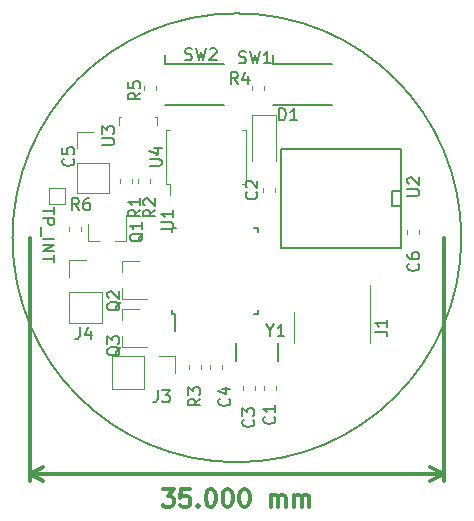
<source format=gto>
G04 #@! TF.GenerationSoftware,KiCad,Pcbnew,(5.0.2)-1*
G04 #@! TF.CreationDate,2019-03-25T12:23:43+09:00*
G04 #@! TF.ProjectId,NixieHourglass,4e697869-6548-46f7-9572-676c6173732e,rev?*
G04 #@! TF.SameCoordinates,Original*
G04 #@! TF.FileFunction,Legend,Top*
G04 #@! TF.FilePolarity,Positive*
%FSLAX46Y46*%
G04 Gerber Fmt 4.6, Leading zero omitted, Abs format (unit mm)*
G04 Created by KiCad (PCBNEW (5.0.2)-1) date 25/03/2019 12:23:43*
%MOMM*%
%LPD*%
G01*
G04 APERTURE LIST*
%ADD10C,0.300000*%
%ADD11C,0.200000*%
%ADD12C,0.120000*%
%ADD13C,0.150000*%
G04 APERTURE END LIST*
D10*
X83714285Y-101278571D02*
X84642857Y-101278571D01*
X84142857Y-101850000D01*
X84357142Y-101850000D01*
X84500000Y-101921428D01*
X84571428Y-101992857D01*
X84642857Y-102135714D01*
X84642857Y-102492857D01*
X84571428Y-102635714D01*
X84500000Y-102707142D01*
X84357142Y-102778571D01*
X83928571Y-102778571D01*
X83785714Y-102707142D01*
X83714285Y-102635714D01*
X86000000Y-101278571D02*
X85285714Y-101278571D01*
X85214285Y-101992857D01*
X85285714Y-101921428D01*
X85428571Y-101850000D01*
X85785714Y-101850000D01*
X85928571Y-101921428D01*
X86000000Y-101992857D01*
X86071428Y-102135714D01*
X86071428Y-102492857D01*
X86000000Y-102635714D01*
X85928571Y-102707142D01*
X85785714Y-102778571D01*
X85428571Y-102778571D01*
X85285714Y-102707142D01*
X85214285Y-102635714D01*
X86714285Y-102635714D02*
X86785714Y-102707142D01*
X86714285Y-102778571D01*
X86642857Y-102707142D01*
X86714285Y-102635714D01*
X86714285Y-102778571D01*
X87714285Y-101278571D02*
X87857142Y-101278571D01*
X88000000Y-101350000D01*
X88071428Y-101421428D01*
X88142857Y-101564285D01*
X88214285Y-101850000D01*
X88214285Y-102207142D01*
X88142857Y-102492857D01*
X88071428Y-102635714D01*
X88000000Y-102707142D01*
X87857142Y-102778571D01*
X87714285Y-102778571D01*
X87571428Y-102707142D01*
X87500000Y-102635714D01*
X87428571Y-102492857D01*
X87357142Y-102207142D01*
X87357142Y-101850000D01*
X87428571Y-101564285D01*
X87500000Y-101421428D01*
X87571428Y-101350000D01*
X87714285Y-101278571D01*
X89142857Y-101278571D02*
X89285714Y-101278571D01*
X89428571Y-101350000D01*
X89500000Y-101421428D01*
X89571428Y-101564285D01*
X89642857Y-101850000D01*
X89642857Y-102207142D01*
X89571428Y-102492857D01*
X89500000Y-102635714D01*
X89428571Y-102707142D01*
X89285714Y-102778571D01*
X89142857Y-102778571D01*
X89000000Y-102707142D01*
X88928571Y-102635714D01*
X88857142Y-102492857D01*
X88785714Y-102207142D01*
X88785714Y-101850000D01*
X88857142Y-101564285D01*
X88928571Y-101421428D01*
X89000000Y-101350000D01*
X89142857Y-101278571D01*
X90571428Y-101278571D02*
X90714285Y-101278571D01*
X90857142Y-101350000D01*
X90928571Y-101421428D01*
X91000000Y-101564285D01*
X91071428Y-101850000D01*
X91071428Y-102207142D01*
X91000000Y-102492857D01*
X90928571Y-102635714D01*
X90857142Y-102707142D01*
X90714285Y-102778571D01*
X90571428Y-102778571D01*
X90428571Y-102707142D01*
X90357142Y-102635714D01*
X90285714Y-102492857D01*
X90214285Y-102207142D01*
X90214285Y-101850000D01*
X90285714Y-101564285D01*
X90357142Y-101421428D01*
X90428571Y-101350000D01*
X90571428Y-101278571D01*
X92857142Y-102778571D02*
X92857142Y-101778571D01*
X92857142Y-101921428D02*
X92928571Y-101850000D01*
X93071428Y-101778571D01*
X93285714Y-101778571D01*
X93428571Y-101850000D01*
X93500000Y-101992857D01*
X93500000Y-102778571D01*
X93500000Y-101992857D02*
X93571428Y-101850000D01*
X93714285Y-101778571D01*
X93928571Y-101778571D01*
X94071428Y-101850000D01*
X94142857Y-101992857D01*
X94142857Y-102778571D01*
X94857142Y-102778571D02*
X94857142Y-101778571D01*
X94857142Y-101921428D02*
X94928571Y-101850000D01*
X95071428Y-101778571D01*
X95285714Y-101778571D01*
X95428571Y-101850000D01*
X95500000Y-101992857D01*
X95500000Y-102778571D01*
X95500000Y-101992857D02*
X95571428Y-101850000D01*
X95714285Y-101778571D01*
X95928571Y-101778571D01*
X96071428Y-101850000D01*
X96142857Y-101992857D01*
X96142857Y-102778571D01*
X72500000Y-100000000D02*
X107500000Y-100000000D01*
X72500000Y-80000000D02*
X72500000Y-100586421D01*
X107500000Y-80000000D02*
X107500000Y-100586421D01*
X107500000Y-100000000D02*
X106373496Y-100586421D01*
X107500000Y-100000000D02*
X106373496Y-99413579D01*
X72500000Y-100000000D02*
X73626504Y-100586421D01*
X72500000Y-100000000D02*
X73626504Y-99413579D01*
D11*
X109000000Y-80000000D02*
G75*
G03X109000000Y-80000000I-19000000J0D01*
G01*
D12*
G04 #@! TO.C,U3*
X80008000Y-70429000D02*
X80008000Y-69754000D01*
X80008000Y-69754000D02*
X80183000Y-69754000D01*
X83228000Y-70429000D02*
X83228000Y-69754000D01*
X83228000Y-69754000D02*
X83053000Y-69754000D01*
X83228000Y-72299000D02*
X83228000Y-72974000D01*
X83228000Y-72974000D02*
X83053000Y-72974000D01*
G04 #@! TO.C,J1*
X101259000Y-86290000D02*
X101279000Y-86290000D01*
X101279000Y-86290000D02*
X101279000Y-88950000D01*
X101279000Y-88950000D02*
X101259000Y-88950000D01*
X94829000Y-86290000D02*
X94809000Y-86290000D01*
X94809000Y-86290000D02*
X94809000Y-88950000D01*
X94809000Y-88950000D02*
X94829000Y-88950000D01*
X101259000Y-83985000D02*
X101259000Y-86290000D01*
G04 #@! TO.C,J3*
X82126000Y-90040000D02*
X79466000Y-90040000D01*
X79466000Y-90040000D02*
X79466000Y-92820000D01*
X79466000Y-92820000D02*
X82126000Y-92820000D01*
X82126000Y-92820000D02*
X82126000Y-90040000D01*
X83396000Y-90040000D02*
X84786000Y-90040000D01*
X84786000Y-90040000D02*
X84786000Y-91430000D01*
G04 #@! TO.C,J4*
X75826000Y-81922000D02*
X77216000Y-81922000D01*
X75826000Y-83312000D02*
X75826000Y-81922000D01*
X78606000Y-84582000D02*
X75826000Y-84582000D01*
X78606000Y-87242000D02*
X78606000Y-84582000D01*
X75826000Y-87242000D02*
X78606000Y-87242000D01*
X75826000Y-84582000D02*
X75826000Y-87242000D01*
G04 #@! TO.C,Q1*
X77414000Y-80262000D02*
X78344000Y-80262000D01*
X80574000Y-80262000D02*
X79644000Y-80262000D01*
X80574000Y-80262000D02*
X80574000Y-78102000D01*
X77414000Y-80262000D02*
X77414000Y-78802000D01*
G04 #@! TO.C,Q2*
X80266000Y-81986000D02*
X81726000Y-81986000D01*
X80266000Y-85146000D02*
X82426000Y-85146000D01*
X80266000Y-85146000D02*
X80266000Y-84216000D01*
X80266000Y-81986000D02*
X80266000Y-82916000D01*
G04 #@! TO.C,Q3*
X80266000Y-86050000D02*
X80266000Y-86980000D01*
X80266000Y-89210000D02*
X80266000Y-88280000D01*
X80266000Y-89210000D02*
X82426000Y-89210000D01*
X80266000Y-86050000D02*
X81726000Y-86050000D01*
D13*
G04 #@! TO.C,SW1*
X93088000Y-65296000D02*
X98088000Y-65296000D01*
X93088000Y-68796000D02*
X98088000Y-68796000D01*
X93088000Y-65296000D02*
X93088000Y-64546000D01*
G04 #@! TO.C,SW2*
X83944000Y-65296000D02*
X83944000Y-64546000D01*
X83944000Y-68796000D02*
X88944000Y-68796000D01*
X83944000Y-65296000D02*
X88944000Y-65296000D01*
G04 #@! TO.C,U1*
X84513000Y-86429000D02*
X84738000Y-86429000D01*
X84513000Y-79179000D02*
X84838000Y-79179000D01*
X91763000Y-79179000D02*
X91438000Y-79179000D01*
X91763000Y-86429000D02*
X91438000Y-86429000D01*
X84513000Y-86429000D02*
X84513000Y-86104000D01*
X91763000Y-86429000D02*
X91763000Y-86104000D01*
X91763000Y-79179000D02*
X91763000Y-79504000D01*
X84513000Y-79179000D02*
X84513000Y-79504000D01*
X84738000Y-86429000D02*
X84738000Y-87854000D01*
G04 #@! TO.C,U2*
X93726000Y-72517000D02*
X103886000Y-72517000D01*
X103886000Y-72517000D02*
X103886000Y-80899000D01*
X103886000Y-80899000D02*
X93726000Y-80899000D01*
X93726000Y-80899000D02*
X93726000Y-72517000D01*
X103886000Y-77343000D02*
X103124000Y-77343000D01*
X103124000Y-77343000D02*
X103124000Y-76073000D01*
X103124000Y-76073000D02*
X103886000Y-76073000D01*
D12*
G04 #@! TO.C,U4*
X90736000Y-70842000D02*
X90436000Y-70842000D01*
X90736000Y-75462000D02*
X90736000Y-70842000D01*
X90436000Y-75462000D02*
X90736000Y-75462000D01*
X84016000Y-70842000D02*
X84316000Y-70842000D01*
X84016000Y-75462000D02*
X84016000Y-70842000D01*
X84316000Y-75462000D02*
X84016000Y-75462000D01*
X84316000Y-76352000D02*
X84316000Y-75462000D01*
D13*
G04 #@! TO.C,Y1*
X89944000Y-88912000D02*
X89944000Y-90412000D01*
X93444000Y-88912000D02*
X93444000Y-90412000D01*
D12*
G04 #@! TO.C,C1*
X93304000Y-92537221D02*
X93304000Y-92862779D01*
X92284000Y-92537221D02*
X92284000Y-92862779D01*
G04 #@! TO.C,C2*
X93220000Y-76108779D02*
X93220000Y-75783221D01*
X92200000Y-76108779D02*
X92200000Y-75783221D01*
G04 #@! TO.C,C3*
X90506000Y-92537221D02*
X90506000Y-92862779D01*
X91526000Y-92537221D02*
X91526000Y-92862779D01*
G04 #@! TO.C,C4*
X88732000Y-90759221D02*
X88732000Y-91084779D01*
X87712000Y-90759221D02*
X87712000Y-91084779D01*
G04 #@! TO.C,C6*
X104390000Y-79654779D02*
X104390000Y-79329221D01*
X105410000Y-79654779D02*
X105410000Y-79329221D01*
G04 #@! TO.C,R1*
X80092000Y-75336779D02*
X80092000Y-75011221D01*
X81112000Y-75336779D02*
X81112000Y-75011221D01*
G04 #@! TO.C,R2*
X82636000Y-75336779D02*
X82636000Y-75011221D01*
X81616000Y-75336779D02*
X81616000Y-75011221D01*
G04 #@! TO.C,R3*
X86954000Y-90759221D02*
X86954000Y-91084779D01*
X85934000Y-90759221D02*
X85934000Y-91084779D01*
G04 #@! TO.C,R4*
X91268000Y-67137221D02*
X91268000Y-67462779D01*
X92288000Y-67137221D02*
X92288000Y-67462779D01*
G04 #@! TO.C,R5*
X83144000Y-67137221D02*
X83144000Y-67462779D01*
X82124000Y-67137221D02*
X82124000Y-67462779D01*
G04 #@! TO.C,R6*
X75774000Y-79075221D02*
X75774000Y-79400779D01*
X76794000Y-79075221D02*
X76794000Y-79400779D01*
G04 #@! TO.C,C5*
X76478000Y-76250000D02*
X79138000Y-76250000D01*
X76478000Y-73650000D02*
X76478000Y-76250000D01*
X79138000Y-73650000D02*
X79138000Y-76250000D01*
X76478000Y-73650000D02*
X79138000Y-73650000D01*
X76478000Y-72380000D02*
X76478000Y-71050000D01*
X76478000Y-71050000D02*
X77808000Y-71050000D01*
G04 #@! TO.C,D1*
X93286000Y-69622000D02*
X91286000Y-69622000D01*
X91286000Y-69622000D02*
X91286000Y-73522000D01*
X93286000Y-69622000D02*
X93286000Y-73522000D01*
G04 #@! TO.C,TP_INT*
X74060000Y-77144000D02*
X74060000Y-75744000D01*
X75460000Y-77144000D02*
X74060000Y-77144000D01*
X75460000Y-75744000D02*
X75460000Y-77144000D01*
X74060000Y-75744000D02*
X75460000Y-75744000D01*
G04 #@! TO.C,U3*
D13*
X78620380Y-72125904D02*
X79429904Y-72125904D01*
X79525142Y-72078285D01*
X79572761Y-72030666D01*
X79620380Y-71935428D01*
X79620380Y-71744952D01*
X79572761Y-71649714D01*
X79525142Y-71602095D01*
X79429904Y-71554476D01*
X78620380Y-71554476D01*
X78620380Y-71173523D02*
X78620380Y-70554476D01*
X79001333Y-70887809D01*
X79001333Y-70744952D01*
X79048952Y-70649714D01*
X79096571Y-70602095D01*
X79191809Y-70554476D01*
X79429904Y-70554476D01*
X79525142Y-70602095D01*
X79572761Y-70649714D01*
X79620380Y-70744952D01*
X79620380Y-71030666D01*
X79572761Y-71125904D01*
X79525142Y-71173523D01*
G04 #@! TO.C,J1*
X101731380Y-87953333D02*
X102445666Y-87953333D01*
X102588523Y-88000952D01*
X102683761Y-88096190D01*
X102731380Y-88239047D01*
X102731380Y-88334285D01*
X102731380Y-86953333D02*
X102731380Y-87524761D01*
X102731380Y-87239047D02*
X101731380Y-87239047D01*
X101874238Y-87334285D01*
X101969476Y-87429523D01*
X102017095Y-87524761D01*
G04 #@! TO.C,J3*
X83316666Y-92914380D02*
X83316666Y-93628666D01*
X83269047Y-93771523D01*
X83173809Y-93866761D01*
X83030952Y-93914380D01*
X82935714Y-93914380D01*
X83697619Y-92914380D02*
X84316666Y-92914380D01*
X83983333Y-93295333D01*
X84126190Y-93295333D01*
X84221428Y-93342952D01*
X84269047Y-93390571D01*
X84316666Y-93485809D01*
X84316666Y-93723904D01*
X84269047Y-93819142D01*
X84221428Y-93866761D01*
X84126190Y-93914380D01*
X83840476Y-93914380D01*
X83745238Y-93866761D01*
X83697619Y-93819142D01*
G04 #@! TO.C,J4*
X76712666Y-87580380D02*
X76712666Y-88294666D01*
X76665047Y-88437523D01*
X76569809Y-88532761D01*
X76426952Y-88580380D01*
X76331714Y-88580380D01*
X77617428Y-87913714D02*
X77617428Y-88580380D01*
X77379333Y-87532761D02*
X77141238Y-88247047D01*
X77760285Y-88247047D01*
G04 #@! TO.C,Q1*
X82041619Y-79597238D02*
X81994000Y-79692476D01*
X81898761Y-79787714D01*
X81755904Y-79930571D01*
X81708285Y-80025809D01*
X81708285Y-80121047D01*
X81946380Y-80073428D02*
X81898761Y-80168666D01*
X81803523Y-80263904D01*
X81613047Y-80311523D01*
X81279714Y-80311523D01*
X81089238Y-80263904D01*
X80994000Y-80168666D01*
X80946380Y-80073428D01*
X80946380Y-79882952D01*
X80994000Y-79787714D01*
X81089238Y-79692476D01*
X81279714Y-79644857D01*
X81613047Y-79644857D01*
X81803523Y-79692476D01*
X81898761Y-79787714D01*
X81946380Y-79882952D01*
X81946380Y-80073428D01*
X81946380Y-78692476D02*
X81946380Y-79263904D01*
X81946380Y-78978190D02*
X80946380Y-78978190D01*
X81089238Y-79073428D01*
X81184476Y-79168666D01*
X81232095Y-79263904D01*
G04 #@! TO.C,Q2*
X80133619Y-85429238D02*
X80086000Y-85524476D01*
X79990761Y-85619714D01*
X79847904Y-85762571D01*
X79800285Y-85857809D01*
X79800285Y-85953047D01*
X80038380Y-85905428D02*
X79990761Y-86000666D01*
X79895523Y-86095904D01*
X79705047Y-86143523D01*
X79371714Y-86143523D01*
X79181238Y-86095904D01*
X79086000Y-86000666D01*
X79038380Y-85905428D01*
X79038380Y-85714952D01*
X79086000Y-85619714D01*
X79181238Y-85524476D01*
X79371714Y-85476857D01*
X79705047Y-85476857D01*
X79895523Y-85524476D01*
X79990761Y-85619714D01*
X80038380Y-85714952D01*
X80038380Y-85905428D01*
X79133619Y-85095904D02*
X79086000Y-85048285D01*
X79038380Y-84953047D01*
X79038380Y-84714952D01*
X79086000Y-84619714D01*
X79133619Y-84572095D01*
X79228857Y-84524476D01*
X79324095Y-84524476D01*
X79466952Y-84572095D01*
X80038380Y-85143523D01*
X80038380Y-84524476D01*
G04 #@! TO.C,Q3*
X80133619Y-89239238D02*
X80086000Y-89334476D01*
X79990761Y-89429714D01*
X79847904Y-89572571D01*
X79800285Y-89667809D01*
X79800285Y-89763047D01*
X80038380Y-89715428D02*
X79990761Y-89810666D01*
X79895523Y-89905904D01*
X79705047Y-89953523D01*
X79371714Y-89953523D01*
X79181238Y-89905904D01*
X79086000Y-89810666D01*
X79038380Y-89715428D01*
X79038380Y-89524952D01*
X79086000Y-89429714D01*
X79181238Y-89334476D01*
X79371714Y-89286857D01*
X79705047Y-89286857D01*
X79895523Y-89334476D01*
X79990761Y-89429714D01*
X80038380Y-89524952D01*
X80038380Y-89715428D01*
X79038380Y-88953523D02*
X79038380Y-88334476D01*
X79419333Y-88667809D01*
X79419333Y-88524952D01*
X79466952Y-88429714D01*
X79514571Y-88382095D01*
X79609809Y-88334476D01*
X79847904Y-88334476D01*
X79943142Y-88382095D01*
X79990761Y-88429714D01*
X80038380Y-88524952D01*
X80038380Y-88810666D01*
X79990761Y-88905904D01*
X79943142Y-88953523D01*
G04 #@! TO.C,SW1*
X90190666Y-65164761D02*
X90333523Y-65212380D01*
X90571619Y-65212380D01*
X90666857Y-65164761D01*
X90714476Y-65117142D01*
X90762095Y-65021904D01*
X90762095Y-64926666D01*
X90714476Y-64831428D01*
X90666857Y-64783809D01*
X90571619Y-64736190D01*
X90381142Y-64688571D01*
X90285904Y-64640952D01*
X90238285Y-64593333D01*
X90190666Y-64498095D01*
X90190666Y-64402857D01*
X90238285Y-64307619D01*
X90285904Y-64260000D01*
X90381142Y-64212380D01*
X90619238Y-64212380D01*
X90762095Y-64260000D01*
X91095428Y-64212380D02*
X91333523Y-65212380D01*
X91524000Y-64498095D01*
X91714476Y-65212380D01*
X91952571Y-64212380D01*
X92857333Y-65212380D02*
X92285904Y-65212380D01*
X92571619Y-65212380D02*
X92571619Y-64212380D01*
X92476380Y-64355238D01*
X92381142Y-64450476D01*
X92285904Y-64498095D01*
G04 #@! TO.C,SW2*
X85618666Y-64910761D02*
X85761523Y-64958380D01*
X85999619Y-64958380D01*
X86094857Y-64910761D01*
X86142476Y-64863142D01*
X86190095Y-64767904D01*
X86190095Y-64672666D01*
X86142476Y-64577428D01*
X86094857Y-64529809D01*
X85999619Y-64482190D01*
X85809142Y-64434571D01*
X85713904Y-64386952D01*
X85666285Y-64339333D01*
X85618666Y-64244095D01*
X85618666Y-64148857D01*
X85666285Y-64053619D01*
X85713904Y-64006000D01*
X85809142Y-63958380D01*
X86047238Y-63958380D01*
X86190095Y-64006000D01*
X86523428Y-63958380D02*
X86761523Y-64958380D01*
X86952000Y-64244095D01*
X87142476Y-64958380D01*
X87380571Y-63958380D01*
X87713904Y-64053619D02*
X87761523Y-64006000D01*
X87856761Y-63958380D01*
X88094857Y-63958380D01*
X88190095Y-64006000D01*
X88237714Y-64053619D01*
X88285333Y-64148857D01*
X88285333Y-64244095D01*
X88237714Y-64386952D01*
X87666285Y-64958380D01*
X88285333Y-64958380D01*
G04 #@! TO.C,U1*
X83610380Y-79237904D02*
X84419904Y-79237904D01*
X84515142Y-79190285D01*
X84562761Y-79142666D01*
X84610380Y-79047428D01*
X84610380Y-78856952D01*
X84562761Y-78761714D01*
X84515142Y-78714095D01*
X84419904Y-78666476D01*
X83610380Y-78666476D01*
X84610380Y-77666476D02*
X84610380Y-78237904D01*
X84610380Y-77952190D02*
X83610380Y-77952190D01*
X83753238Y-78047428D01*
X83848476Y-78142666D01*
X83896095Y-78237904D01*
G04 #@! TO.C,U2*
X104438380Y-76443904D02*
X105247904Y-76443904D01*
X105343142Y-76396285D01*
X105390761Y-76348666D01*
X105438380Y-76253428D01*
X105438380Y-76062952D01*
X105390761Y-75967714D01*
X105343142Y-75920095D01*
X105247904Y-75872476D01*
X104438380Y-75872476D01*
X104533619Y-75443904D02*
X104486000Y-75396285D01*
X104438380Y-75301047D01*
X104438380Y-75062952D01*
X104486000Y-74967714D01*
X104533619Y-74920095D01*
X104628857Y-74872476D01*
X104724095Y-74872476D01*
X104866952Y-74920095D01*
X105438380Y-75491523D01*
X105438380Y-74872476D01*
G04 #@! TO.C,U4*
X82628380Y-73913904D02*
X83437904Y-73913904D01*
X83533142Y-73866285D01*
X83580761Y-73818666D01*
X83628380Y-73723428D01*
X83628380Y-73532952D01*
X83580761Y-73437714D01*
X83533142Y-73390095D01*
X83437904Y-73342476D01*
X82628380Y-73342476D01*
X82961714Y-72437714D02*
X83628380Y-72437714D01*
X82580761Y-72675809D02*
X83295047Y-72913904D01*
X83295047Y-72294857D01*
G04 #@! TO.C,Y1*
X92825809Y-87850190D02*
X92825809Y-88326380D01*
X92492476Y-87326380D02*
X92825809Y-87850190D01*
X93159142Y-87326380D01*
X94016285Y-88326380D02*
X93444857Y-88326380D01*
X93730571Y-88326380D02*
X93730571Y-87326380D01*
X93635333Y-87469238D01*
X93540095Y-87564476D01*
X93444857Y-87612095D01*
G04 #@! TO.C,C1*
X93151142Y-95152666D02*
X93198761Y-95200285D01*
X93246380Y-95343142D01*
X93246380Y-95438380D01*
X93198761Y-95581238D01*
X93103523Y-95676476D01*
X93008285Y-95724095D01*
X92817809Y-95771714D01*
X92674952Y-95771714D01*
X92484476Y-95724095D01*
X92389238Y-95676476D01*
X92294000Y-95581238D01*
X92246380Y-95438380D01*
X92246380Y-95343142D01*
X92294000Y-95200285D01*
X92341619Y-95152666D01*
X93246380Y-94200285D02*
X93246380Y-94771714D01*
X93246380Y-94486000D02*
X92246380Y-94486000D01*
X92389238Y-94581238D01*
X92484476Y-94676476D01*
X92532095Y-94771714D01*
G04 #@! TO.C,C2*
X91637142Y-76112666D02*
X91684761Y-76160285D01*
X91732380Y-76303142D01*
X91732380Y-76398380D01*
X91684761Y-76541238D01*
X91589523Y-76636476D01*
X91494285Y-76684095D01*
X91303809Y-76731714D01*
X91160952Y-76731714D01*
X90970476Y-76684095D01*
X90875238Y-76636476D01*
X90780000Y-76541238D01*
X90732380Y-76398380D01*
X90732380Y-76303142D01*
X90780000Y-76160285D01*
X90827619Y-76112666D01*
X90827619Y-75731714D02*
X90780000Y-75684095D01*
X90732380Y-75588857D01*
X90732380Y-75350761D01*
X90780000Y-75255523D01*
X90827619Y-75207904D01*
X90922857Y-75160285D01*
X91018095Y-75160285D01*
X91160952Y-75207904D01*
X91732380Y-75779333D01*
X91732380Y-75160285D01*
G04 #@! TO.C,C3*
X91373142Y-95406666D02*
X91420761Y-95454285D01*
X91468380Y-95597142D01*
X91468380Y-95692380D01*
X91420761Y-95835238D01*
X91325523Y-95930476D01*
X91230285Y-95978095D01*
X91039809Y-96025714D01*
X90896952Y-96025714D01*
X90706476Y-95978095D01*
X90611238Y-95930476D01*
X90516000Y-95835238D01*
X90468380Y-95692380D01*
X90468380Y-95597142D01*
X90516000Y-95454285D01*
X90563619Y-95406666D01*
X90468380Y-95073333D02*
X90468380Y-94454285D01*
X90849333Y-94787619D01*
X90849333Y-94644761D01*
X90896952Y-94549523D01*
X90944571Y-94501904D01*
X91039809Y-94454285D01*
X91277904Y-94454285D01*
X91373142Y-94501904D01*
X91420761Y-94549523D01*
X91468380Y-94644761D01*
X91468380Y-94930476D01*
X91420761Y-95025714D01*
X91373142Y-95073333D01*
G04 #@! TO.C,C4*
X89341142Y-93628666D02*
X89388761Y-93676285D01*
X89436380Y-93819142D01*
X89436380Y-93914380D01*
X89388761Y-94057238D01*
X89293523Y-94152476D01*
X89198285Y-94200095D01*
X89007809Y-94247714D01*
X88864952Y-94247714D01*
X88674476Y-94200095D01*
X88579238Y-94152476D01*
X88484000Y-94057238D01*
X88436380Y-93914380D01*
X88436380Y-93819142D01*
X88484000Y-93676285D01*
X88531619Y-93628666D01*
X88769714Y-92771523D02*
X89436380Y-92771523D01*
X88388761Y-93009619D02*
X89103047Y-93247714D01*
X89103047Y-92628666D01*
G04 #@! TO.C,C6*
X105343142Y-82198666D02*
X105390761Y-82246285D01*
X105438380Y-82389142D01*
X105438380Y-82484380D01*
X105390761Y-82627238D01*
X105295523Y-82722476D01*
X105200285Y-82770095D01*
X105009809Y-82817714D01*
X104866952Y-82817714D01*
X104676476Y-82770095D01*
X104581238Y-82722476D01*
X104486000Y-82627238D01*
X104438380Y-82484380D01*
X104438380Y-82389142D01*
X104486000Y-82246285D01*
X104533619Y-82198666D01*
X104438380Y-81341523D02*
X104438380Y-81532000D01*
X104486000Y-81627238D01*
X104533619Y-81674857D01*
X104676476Y-81770095D01*
X104866952Y-81817714D01*
X105247904Y-81817714D01*
X105343142Y-81770095D01*
X105390761Y-81722476D01*
X105438380Y-81627238D01*
X105438380Y-81436761D01*
X105390761Y-81341523D01*
X105343142Y-81293904D01*
X105247904Y-81246285D01*
X105009809Y-81246285D01*
X104914571Y-81293904D01*
X104866952Y-81341523D01*
X104819333Y-81436761D01*
X104819333Y-81627238D01*
X104866952Y-81722476D01*
X104914571Y-81770095D01*
X105009809Y-81817714D01*
G04 #@! TO.C,R1*
X81816380Y-77626666D02*
X81340190Y-77960000D01*
X81816380Y-78198095D02*
X80816380Y-78198095D01*
X80816380Y-77817142D01*
X80864000Y-77721904D01*
X80911619Y-77674285D01*
X81006857Y-77626666D01*
X81149714Y-77626666D01*
X81244952Y-77674285D01*
X81292571Y-77721904D01*
X81340190Y-77817142D01*
X81340190Y-78198095D01*
X81816380Y-76674285D02*
X81816380Y-77245714D01*
X81816380Y-76960000D02*
X80816380Y-76960000D01*
X80959238Y-77055238D01*
X81054476Y-77150476D01*
X81102095Y-77245714D01*
G04 #@! TO.C,R2*
X83086380Y-77626666D02*
X82610190Y-77960000D01*
X83086380Y-78198095D02*
X82086380Y-78198095D01*
X82086380Y-77817142D01*
X82134000Y-77721904D01*
X82181619Y-77674285D01*
X82276857Y-77626666D01*
X82419714Y-77626666D01*
X82514952Y-77674285D01*
X82562571Y-77721904D01*
X82610190Y-77817142D01*
X82610190Y-78198095D01*
X82181619Y-77245714D02*
X82134000Y-77198095D01*
X82086380Y-77102857D01*
X82086380Y-76864761D01*
X82134000Y-76769523D01*
X82181619Y-76721904D01*
X82276857Y-76674285D01*
X82372095Y-76674285D01*
X82514952Y-76721904D01*
X83086380Y-77293333D01*
X83086380Y-76674285D01*
G04 #@! TO.C,R3*
X86896380Y-93628666D02*
X86420190Y-93962000D01*
X86896380Y-94200095D02*
X85896380Y-94200095D01*
X85896380Y-93819142D01*
X85944000Y-93723904D01*
X85991619Y-93676285D01*
X86086857Y-93628666D01*
X86229714Y-93628666D01*
X86324952Y-93676285D01*
X86372571Y-93723904D01*
X86420190Y-93819142D01*
X86420190Y-94200095D01*
X85896380Y-93295333D02*
X85896380Y-92676285D01*
X86277333Y-93009619D01*
X86277333Y-92866761D01*
X86324952Y-92771523D01*
X86372571Y-92723904D01*
X86467809Y-92676285D01*
X86705904Y-92676285D01*
X86801142Y-92723904D01*
X86848761Y-92771523D01*
X86896380Y-92866761D01*
X86896380Y-93152476D01*
X86848761Y-93247714D01*
X86801142Y-93295333D01*
G04 #@! TO.C,R4*
X90087333Y-66990380D02*
X89754000Y-66514190D01*
X89515904Y-66990380D02*
X89515904Y-65990380D01*
X89896857Y-65990380D01*
X89992095Y-66038000D01*
X90039714Y-66085619D01*
X90087333Y-66180857D01*
X90087333Y-66323714D01*
X90039714Y-66418952D01*
X89992095Y-66466571D01*
X89896857Y-66514190D01*
X89515904Y-66514190D01*
X90944476Y-66323714D02*
X90944476Y-66990380D01*
X90706380Y-65942761D02*
X90468285Y-66657047D01*
X91087333Y-66657047D01*
G04 #@! TO.C,R5*
X81816380Y-67720666D02*
X81340190Y-68054000D01*
X81816380Y-68292095D02*
X80816380Y-68292095D01*
X80816380Y-67911142D01*
X80864000Y-67815904D01*
X80911619Y-67768285D01*
X81006857Y-67720666D01*
X81149714Y-67720666D01*
X81244952Y-67768285D01*
X81292571Y-67815904D01*
X81340190Y-67911142D01*
X81340190Y-68292095D01*
X80816380Y-66815904D02*
X80816380Y-67292095D01*
X81292571Y-67339714D01*
X81244952Y-67292095D01*
X81197333Y-67196857D01*
X81197333Y-66958761D01*
X81244952Y-66863523D01*
X81292571Y-66815904D01*
X81387809Y-66768285D01*
X81625904Y-66768285D01*
X81721142Y-66815904D01*
X81768761Y-66863523D01*
X81816380Y-66958761D01*
X81816380Y-67196857D01*
X81768761Y-67292095D01*
X81721142Y-67339714D01*
G04 #@! TO.C,R6*
X76625333Y-77658380D02*
X76292000Y-77182190D01*
X76053904Y-77658380D02*
X76053904Y-76658380D01*
X76434857Y-76658380D01*
X76530095Y-76706000D01*
X76577714Y-76753619D01*
X76625333Y-76848857D01*
X76625333Y-76991714D01*
X76577714Y-77086952D01*
X76530095Y-77134571D01*
X76434857Y-77182190D01*
X76053904Y-77182190D01*
X77482476Y-76658380D02*
X77292000Y-76658380D01*
X77196761Y-76706000D01*
X77149142Y-76753619D01*
X77053904Y-76896476D01*
X77006285Y-77086952D01*
X77006285Y-77467904D01*
X77053904Y-77563142D01*
X77101523Y-77610761D01*
X77196761Y-77658380D01*
X77387238Y-77658380D01*
X77482476Y-77610761D01*
X77530095Y-77563142D01*
X77577714Y-77467904D01*
X77577714Y-77229809D01*
X77530095Y-77134571D01*
X77482476Y-77086952D01*
X77387238Y-77039333D01*
X77196761Y-77039333D01*
X77101523Y-77086952D01*
X77053904Y-77134571D01*
X77006285Y-77229809D01*
G04 #@! TO.C,C5*
X76133142Y-73308666D02*
X76180761Y-73356285D01*
X76228380Y-73499142D01*
X76228380Y-73594380D01*
X76180761Y-73737238D01*
X76085523Y-73832476D01*
X75990285Y-73880095D01*
X75799809Y-73927714D01*
X75656952Y-73927714D01*
X75466476Y-73880095D01*
X75371238Y-73832476D01*
X75276000Y-73737238D01*
X75228380Y-73594380D01*
X75228380Y-73499142D01*
X75276000Y-73356285D01*
X75323619Y-73308666D01*
X75228380Y-72403904D02*
X75228380Y-72880095D01*
X75704571Y-72927714D01*
X75656952Y-72880095D01*
X75609333Y-72784857D01*
X75609333Y-72546761D01*
X75656952Y-72451523D01*
X75704571Y-72403904D01*
X75799809Y-72356285D01*
X76037904Y-72356285D01*
X76133142Y-72403904D01*
X76180761Y-72451523D01*
X76228380Y-72546761D01*
X76228380Y-72784857D01*
X76180761Y-72880095D01*
X76133142Y-72927714D01*
G04 #@! TO.C,D1*
X93579904Y-70038380D02*
X93579904Y-69038380D01*
X93818000Y-69038380D01*
X93960857Y-69086000D01*
X94056095Y-69181238D01*
X94103714Y-69276476D01*
X94151333Y-69466952D01*
X94151333Y-69609809D01*
X94103714Y-69800285D01*
X94056095Y-69895523D01*
X93960857Y-69990761D01*
X93818000Y-70038380D01*
X93579904Y-70038380D01*
X95103714Y-70038380D02*
X94532285Y-70038380D01*
X94818000Y-70038380D02*
X94818000Y-69038380D01*
X94722761Y-69181238D01*
X94627523Y-69276476D01*
X94532285Y-69324095D01*
G04 #@! TO.C,TP_INT*
X74545619Y-77436476D02*
X74545619Y-78007904D01*
X73545619Y-77722190D02*
X74545619Y-77722190D01*
X73545619Y-78341238D02*
X74545619Y-78341238D01*
X74545619Y-78722190D01*
X74498000Y-78817428D01*
X74450380Y-78865047D01*
X74355142Y-78912666D01*
X74212285Y-78912666D01*
X74117047Y-78865047D01*
X74069428Y-78817428D01*
X74021809Y-78722190D01*
X74021809Y-78341238D01*
X73450380Y-79103142D02*
X73450380Y-79865047D01*
X73545619Y-80103142D02*
X74545619Y-80103142D01*
X73545619Y-80579333D02*
X74545619Y-80579333D01*
X73545619Y-81150761D01*
X74545619Y-81150761D01*
X74545619Y-81484095D02*
X74545619Y-82055523D01*
X73545619Y-81769809D02*
X74545619Y-81769809D01*
G04 #@! TD*
M02*

</source>
